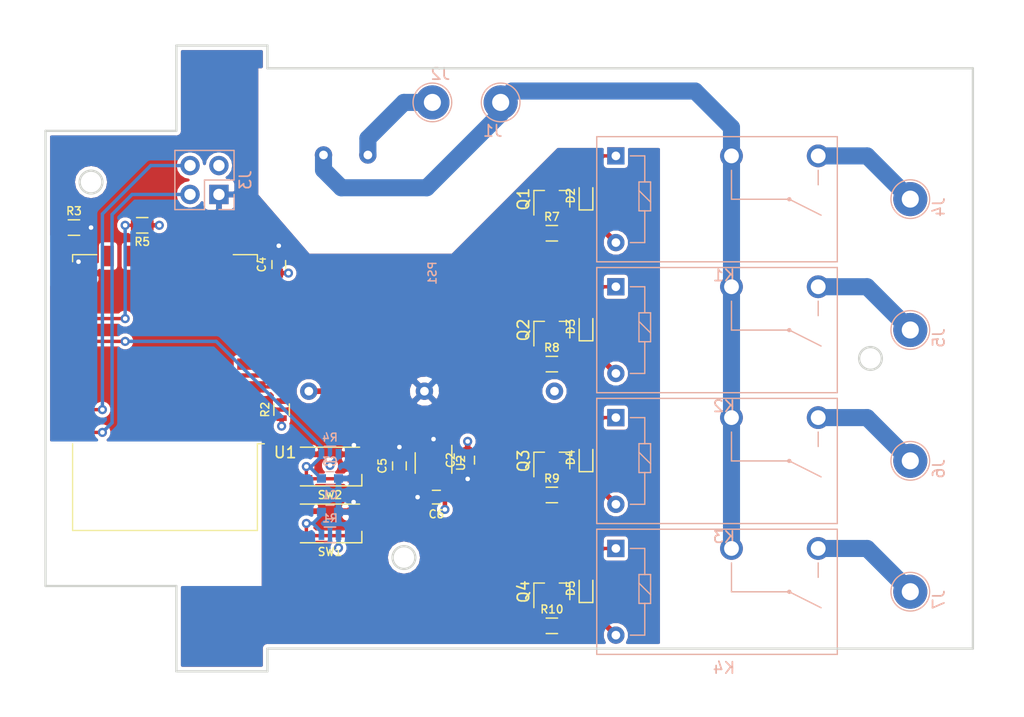
<source format=kicad_pcb>
(kicad_pcb (version 20171130) (host pcbnew 5.0.2-bee76a0~70~ubuntu18.04.1)
  (layers (0 F.Cu signal) (1 GND.Cu power) (2 VCC.Cu power) (31 B.Cu signal) (34 B.Paste user) (35 F.Paste user) (36 B.SilkS user) (37 F.SilkS user hide) (38 B.Mask user) (39 F.Mask user) (44 Edge.Cuts user))
  (net 0 "")
  (net 1 GND)
  (net 2 /Rx)
  (net 3 /Tx)
  (net 4 +12V)
  (net 5 "Net-(D2-Pad2)")
  (net 6 "Net-(D3-Pad2)")
  (net 7 "Net-(D4-Pad2)")
  (net 8 /L)
  (net 9 /G1)
  (net 10 /G2)
  (net 11 +3.3V)
  (net 12 /G4)
  (net 13 /G3)
  (net 14 /N)
  (net 15 /RST)
  (net 16 /GPIO0)
  (net 17 "Net-(C5-Pad1)")
  (net 18 "Net-(D5-Pad2)")
  (net 19 "Net-(J4-Pad1)")
  (net 20 "Net-(J5-Pad1)")
  (net 21 "Net-(J6-Pad1)")
  (net 22 "Net-(J7-Pad1)")
  (net 23 "Net-(R2-Pad2)")
  (net 24 "Net-(R3-Pad1)")
  (net 25 "Net-(R5-Pad2)")
  (module DVB_Resistors:R_0603 (layer B.Cu) (at 141 98.4 180)
    (fp_text reference R4 (at 0 1.45 180) (layer B.SilkS) (effects (font (size 0.7 0.7) (thickness 0.127)) (justify mirror)))
    (fp_text value R_0065)
    (fp_line (start 0.5 -0.68) (end -0.5 -0.68) (layer B.SilkS) (width 0.127))
    (fp_line (start -0.5 0.68) (end 0.5 0.68) (layer B.SilkS) (width 0.127))
    (pad 1 smd rect (at -0.75 0 180) (size 0.5 0.9) (layers B.Cu B.Paste B.Mask) (net 11 +3.3V))
    (pad 2 smd rect (at 0.75 0 180) (size 0.5 0.9) (layers B.Cu B.Paste B.Mask) (net 16 /GPIO0))
  )
  (module DVB_Capacitors_Ceramic:C_0603 (layer B.Cu) (at 141 103.5 180)
    (fp_text reference C1 (at 0 1.5 180) (layer B.SilkS) (effects (font (size 0.7 0.7) (thickness 0.127)) (justify mirror)))
    (fp_text value C_0029)
    (fp_line (start -0.35 0.6) (end 0.35 0.6) (layer B.SilkS) (width 0.127))
    (fp_line (start 0.35 -0.6) (end -0.35 -0.6) (layer B.SilkS) (width 0.127))
    (pad 1 smd rect (at -0.75 0 180) (size 0.8 0.75) (layers B.Cu B.Paste B.Mask) (net 1 GND))
    (pad 2 smd rect (at 0.75 0 180) (size 0.8 0.75) (layers B.Cu B.Paste B.Mask) (net 15 /RST))
  )
  (module DVB_Capacitors_Ceramic:C_0603 (layer F.Cu) (at 153.1 98.940003 90)
    (fp_text reference C2 (at 0 -1.5 90) (layer F.SilkS) (effects (font (size 0.7 0.7) (thickness 0.127))))
    (fp_text value C_0037)
    (fp_line (start -0.35 -0.6) (end 0.35 -0.6) (layer F.SilkS) (width 0.127))
    (fp_line (start 0.35 0.6) (end -0.35 0.6) (layer F.SilkS) (width 0.127))
    (pad 1 smd rect (at -0.75 0 90) (size 0.8 0.75) (layers F.Cu F.Paste F.Mask) (net 1 GND))
    (pad 2 smd rect (at 0.75 0 90) (size 0.8 0.75) (layers F.Cu F.Paste F.Mask) (net 4 +12V))
  )
  (module DVB_Capacitors_Ceramic:C_0603 (layer B.Cu) (at 141 100.55 180)
    (fp_text reference C3 (at 0 1.5 180) (layer B.SilkS) (effects (font (size 0.7 0.7) (thickness 0.127)) (justify mirror)))
    (fp_text value C_0029)
    (fp_line (start 0.35 -0.6) (end -0.35 -0.6) (layer B.SilkS) (width 0.127))
    (fp_line (start -0.35 0.6) (end 0.35 0.6) (layer B.SilkS) (width 0.127))
    (pad 2 smd rect (at 0.75 0 180) (size 0.8 0.75) (layers B.Cu B.Paste B.Mask) (net 16 /GPIO0))
    (pad 1 smd rect (at -0.75 0 180) (size 0.8 0.75) (layers B.Cu B.Paste B.Mask) (net 1 GND))
  )
  (module DVB_Capacitors_Ceramic:C_0603 (layer F.Cu) (at 136.5 81.75 90)
    (fp_text reference C4 (at 0 -1.5 90) (layer F.SilkS) (effects (font (size 0.7 0.7) (thickness 0.127))))
    (fp_text value C_0029)
    (fp_line (start 0.35 0.6) (end -0.35 0.6) (layer F.SilkS) (width 0.127))
    (fp_line (start -0.35 -0.6) (end 0.35 -0.6) (layer F.SilkS) (width 0.127))
    (pad 2 smd rect (at 0.75 0 90) (size 0.8 0.75) (layers F.Cu F.Paste F.Mask) (net 1 GND))
    (pad 1 smd rect (at -0.75 0 90) (size 0.8 0.75) (layers F.Cu F.Paste F.Mask) (net 11 +3.3V))
  )
  (module DVB_Capacitors_Ceramic:C_0603 (layer F.Cu) (at 147.1 99.440003 90)
    (fp_text reference C5 (at 0 -1.5 90) (layer F.SilkS) (effects (font (size 0.7 0.7) (thickness 0.127))))
    (fp_text value C_0017)
    (fp_line (start -0.35 -0.6) (end 0.35 -0.6) (layer F.SilkS) (width 0.127))
    (fp_line (start 0.35 0.6) (end -0.35 0.6) (layer F.SilkS) (width 0.127))
    (pad 1 smd rect (at -0.75 0 90) (size 0.8 0.75) (layers F.Cu F.Paste F.Mask) (net 17 "Net-(C5-Pad1)"))
    (pad 2 smd rect (at 0.75 0 90) (size 0.8 0.75) (layers F.Cu F.Paste F.Mask) (net 1 GND))
  )
  (module DVB_Capacitors_Ceramic:C_0603 (layer F.Cu) (at 150.35 102.190003 180)
    (fp_text reference C6 (at 0 -1.5 180) (layer F.SilkS) (effects (font (size 0.7 0.7) (thickness 0.127))))
    (fp_text value C_0036)
    (fp_line (start 0.35 0.6) (end -0.35 0.6) (layer F.SilkS) (width 0.127))
    (fp_line (start -0.35 -0.6) (end 0.35 -0.6) (layer F.SilkS) (width 0.127))
    (pad 2 smd rect (at 0.75 0 180) (size 0.8 0.75) (layers F.Cu F.Paste F.Mask) (net 1 GND))
    (pad 1 smd rect (at -0.75 0 180) (size 0.8 0.75) (layers F.Cu F.Paste F.Mask) (net 11 +3.3V))
  )
  (module DVB_Diodes:D_SOD-523 (layer F.Cu) (at 163.5 75.7 90)
    (fp_text reference D2 (at 0 -1.35 90) (layer F.SilkS) (effects (font (size 0.7 0.7) (thickness 0.127))))
    (fp_text value D_0022)
    (fp_line (start 0.7 0.6) (end -1.25 0.6) (layer F.SilkS) (width 0.127))
    (fp_line (start 0.7 -0.6) (end -1.25 -0.6) (layer F.SilkS) (width 0.127))
    (fp_line (start -1.25 -0.6) (end -1.25 0.6) (layer F.SilkS) (width 0.127))
    (pad 1 smd rect (at -0.7 0 270) (size 0.6 0.7) (layers F.Cu F.Paste F.Mask) (net 4 +12V))
    (pad 2 smd rect (at 0.7 0 270) (size 0.6 0.7) (layers F.Cu F.Paste F.Mask) (net 5 "Net-(D2-Pad2)"))
  )
  (module DVB_Diodes:D_SOD-523 (layer F.Cu) (at 163.5 87.2 90)
    (fp_text reference D3 (at 0 -1.35 90) (layer F.SilkS) (effects (font (size 0.7 0.7) (thickness 0.127))))
    (fp_text value D_0022)
    (fp_line (start 0.7 0.6) (end -1.25 0.6) (layer F.SilkS) (width 0.127))
    (fp_line (start 0.7 -0.6) (end -1.25 -0.6) (layer F.SilkS) (width 0.127))
    (fp_line (start -1.25 -0.6) (end -1.25 0.6) (layer F.SilkS) (width 0.127))
    (pad 1 smd rect (at -0.7 0 270) (size 0.6 0.7) (layers F.Cu F.Paste F.Mask) (net 4 +12V))
    (pad 2 smd rect (at 0.7 0 270) (size 0.6 0.7) (layers F.Cu F.Paste F.Mask) (net 6 "Net-(D3-Pad2)"))
  )
  (module DVB_Diodes:D_SOD-523 (layer F.Cu) (at 163.5 98.7 90)
    (fp_text reference D4 (at 0 -1.35 90) (layer F.SilkS) (effects (font (size 0.7 0.7) (thickness 0.127))))
    (fp_text value D_0022)
    (fp_line (start -1.25 -0.6) (end -1.25 0.6) (layer F.SilkS) (width 0.127))
    (fp_line (start 0.7 -0.6) (end -1.25 -0.6) (layer F.SilkS) (width 0.127))
    (fp_line (start 0.7 0.6) (end -1.25 0.6) (layer F.SilkS) (width 0.127))
    (pad 2 smd rect (at 0.7 0 270) (size 0.6 0.7) (layers F.Cu F.Paste F.Mask) (net 7 "Net-(D4-Pad2)"))
    (pad 1 smd rect (at -0.7 0 270) (size 0.6 0.7) (layers F.Cu F.Paste F.Mask) (net 4 +12V))
  )
  (module DVB_Diodes:D_SOD-523 (layer F.Cu) (at 163.5 110.2 90)
    (fp_text reference D5 (at 0 -1.35 90) (layer F.SilkS) (effects (font (size 0.7 0.7) (thickness 0.127))))
    (fp_text value D_0022)
    (fp_line (start -1.25 -0.6) (end -1.25 0.6) (layer F.SilkS) (width 0.127))
    (fp_line (start 0.7 -0.6) (end -1.25 -0.6) (layer F.SilkS) (width 0.127))
    (fp_line (start 0.7 0.6) (end -1.25 0.6) (layer F.SilkS) (width 0.127))
    (pad 2 smd rect (at 0.7 0 270) (size 0.6 0.7) (layers F.Cu F.Paste F.Mask) (net 18 "Net-(D5-Pad2)"))
    (pad 1 smd rect (at -0.7 0 270) (size 0.6 0.7) (layers F.Cu F.Paste F.Mask) (net 4 +12V))
  )
  (module meross:Relay_SPST_Omron-G5Q-1A (layer B.Cu) (at 175 76)
    (fp_text reference K1 (at 0.625 6.7 -180) (layer B.SilkS) (effects (justify mirror)))
    (fp_text value G5Q-1A)
    (fp_line (start 6.365 0.01) (end 9.155 1.41) (layer B.SilkS) (width 0.12))
    (fp_line (start 8.905 -2.53) (end 8.905 -1.26) (layer B.SilkS) (width 0.12))
    (fp_line (start 1.285 -2.53) (end 1.285 0.01) (layer B.SilkS) (width 0.12))
    (fp_line (start 1.285 0.01) (end 6.365 0.01) (layer B.SilkS) (width 0.12))
    (fp_line (start -6.845 -0.75) (end -5.825 0.26) (layer B.SilkS) (width 0.12))
    (fp_line (start -6.335 3.82) (end -7.605 3.82) (layer B.SilkS) (width 0.12))
    (fp_line (start -6.335 1.03) (end -6.335 3.82) (layer B.SilkS) (width 0.12))
    (fp_line (start -6.335 -3.8) (end -6.335 -1.51) (layer B.SilkS) (width 0.12))
    (fp_line (start -7.605 -3.8) (end -6.335 -3.8) (layer B.SilkS) (width 0.12))
    (fp_line (start -6.335 -1.51) (end -6.845 -1.51) (layer B.SilkS) (width 0.12))
    (fp_line (start -6.845 -1.51) (end -6.845 1.03) (layer B.SilkS) (width 0.12))
    (fp_line (start -6.845 1.03) (end -6.335 1.03) (layer B.SilkS) (width 0.12))
    (fp_line (start -6.335 1.03) (end -5.825 1.03) (layer B.SilkS) (width 0.12))
    (fp_line (start -5.825 1.03) (end -5.825 -1.51) (layer B.SilkS) (width 0.12))
    (fp_line (start -5.825 -1.51) (end -6.335 -1.51) (layer B.SilkS) (width 0.12))
    (fp_line (start -10.555 -5.49) (end 10.585 -5.49) (layer B.SilkS) (width 0.12))
    (fp_line (start 10.585 -5.49) (end 10.585 5.51) (layer B.SilkS) (width 0.12))
    (fp_line (start -10.555 -5.49) (end -10.555 5.51) (layer B.SilkS) (width 0.12))
    (fp_line (start -10.555 5.51) (end 10.585 5.51) (layer B.SilkS) (width 0.12))
    (fp_circle (center 6.365 0.01) (end 6.365 -0.12) (layer B.SilkS) (width 0.12))
    (pad 1 thru_hole rect (at -8.875 -3.8 180) (size 1.52 1.52) (drill 0.76) (layers *.Cu *.Mask) (net 5 "Net-(D2-Pad2)"))
    (pad 2 thru_hole circle (at 1.285 -3.8 180) (size 2 2) (drill 1.3) (layers *.Cu *.Mask) (net 8 /L))
    (pad 3 thru_hole circle (at 8.905 -3.8 180) (size 2 2) (drill 1.3) (layers *.Cu *.Mask) (net 19 "Net-(J4-Pad1)"))
    (pad 5 thru_hole circle (at -8.875 3.82 180) (size 1.52 1.52) (drill 0.76) (layers *.Cu *.Mask) (net 4 +12V))
  )
  (module meross:Relay_SPST_Omron-G5Q-1A (layer B.Cu) (at 175 87.5)
    (fp_text reference K2 (at 0.625 6.7 -180) (layer B.SilkS) (effects (justify mirror)))
    (fp_text value G5Q-1A)
    (fp_circle (center 6.365 0.01) (end 6.365 -0.12) (layer B.SilkS) (width 0.12))
    (fp_line (start -10.555 5.51) (end 10.585 5.51) (layer B.SilkS) (width 0.12))
    (fp_line (start -10.555 -5.49) (end -10.555 5.51) (layer B.SilkS) (width 0.12))
    (fp_line (start 10.585 -5.49) (end 10.585 5.51) (layer B.SilkS) (width 0.12))
    (fp_line (start -10.555 -5.49) (end 10.585 -5.49) (layer B.SilkS) (width 0.12))
    (fp_line (start -5.825 -1.51) (end -6.335 -1.51) (layer B.SilkS) (width 0.12))
    (fp_line (start -5.825 1.03) (end -5.825 -1.51) (layer B.SilkS) (width 0.12))
    (fp_line (start -6.335 1.03) (end -5.825 1.03) (layer B.SilkS) (width 0.12))
    (fp_line (start -6.845 1.03) (end -6.335 1.03) (layer B.SilkS) (width 0.12))
    (fp_line (start -6.845 -1.51) (end -6.845 1.03) (layer B.SilkS) (width 0.12))
    (fp_line (start -6.335 -1.51) (end -6.845 -1.51) (layer B.SilkS) (width 0.12))
    (fp_line (start -7.605 -3.8) (end -6.335 -3.8) (layer B.SilkS) (width 0.12))
    (fp_line (start -6.335 -3.8) (end -6.335 -1.51) (layer B.SilkS) (width 0.12))
    (fp_line (start -6.335 1.03) (end -6.335 3.82) (layer B.SilkS) (width 0.12))
    (fp_line (start -6.335 3.82) (end -7.605 3.82) (layer B.SilkS) (width 0.12))
    (fp_line (start -6.845 -0.75) (end -5.825 0.26) (layer B.SilkS) (width 0.12))
    (fp_line (start 1.285 0.01) (end 6.365 0.01) (layer B.SilkS) (width 0.12))
    (fp_line (start 1.285 -2.53) (end 1.285 0.01) (layer B.SilkS) (width 0.12))
    (fp_line (start 8.905 -2.53) (end 8.905 -1.26) (layer B.SilkS) (width 0.12))
    (fp_line (start 6.365 0.01) (end 9.155 1.41) (layer B.SilkS) (width 0.12))
    (pad 5 thru_hole circle (at -8.875 3.82 180) (size 1.52 1.52) (drill 0.76) (layers *.Cu *.Mask) (net 4 +12V))
    (pad 3 thru_hole circle (at 8.905 -3.8 180) (size 2 2) (drill 1.3) (layers *.Cu *.Mask) (net 20 "Net-(J5-Pad1)"))
    (pad 2 thru_hole circle (at 1.285 -3.8 180) (size 2 2) (drill 1.3) (layers *.Cu *.Mask) (net 8 /L))
    (pad 1 thru_hole rect (at -8.875 -3.8 180) (size 1.52 1.52) (drill 0.76) (layers *.Cu *.Mask) (net 6 "Net-(D3-Pad2)"))
  )
  (module meross:Relay_SPST_Omron-G5Q-1A (layer B.Cu) (at 175 99)
    (fp_text reference K3 (at 0.625 6.7 -180) (layer B.SilkS) (effects (justify mirror)))
    (fp_text value G5Q-1A)
    (fp_line (start 6.365 0.01) (end 9.155 1.41) (layer B.SilkS) (width 0.12))
    (fp_line (start 8.905 -2.53) (end 8.905 -1.26) (layer B.SilkS) (width 0.12))
    (fp_line (start 1.285 -2.53) (end 1.285 0.01) (layer B.SilkS) (width 0.12))
    (fp_line (start 1.285 0.01) (end 6.365 0.01) (layer B.SilkS) (width 0.12))
    (fp_line (start -6.845 -0.75) (end -5.825 0.26) (layer B.SilkS) (width 0.12))
    (fp_line (start -6.335 3.82) (end -7.605 3.82) (layer B.SilkS) (width 0.12))
    (fp_line (start -6.335 1.03) (end -6.335 3.82) (layer B.SilkS) (width 0.12))
    (fp_line (start -6.335 -3.8) (end -6.335 -1.51) (layer B.SilkS) (width 0.12))
    (fp_line (start -7.605 -3.8) (end -6.335 -3.8) (layer B.SilkS) (width 0.12))
    (fp_line (start -6.335 -1.51) (end -6.845 -1.51) (layer B.SilkS) (width 0.12))
    (fp_line (start -6.845 -1.51) (end -6.845 1.03) (layer B.SilkS) (width 0.12))
    (fp_line (start -6.845 1.03) (end -6.335 1.03) (layer B.SilkS) (width 0.12))
    (fp_line (start -6.335 1.03) (end -5.825 1.03) (layer B.SilkS) (width 0.12))
    (fp_line (start -5.825 1.03) (end -5.825 -1.51) (layer B.SilkS) (width 0.12))
    (fp_line (start -5.825 -1.51) (end -6.335 -1.51) (layer B.SilkS) (width 0.12))
    (fp_line (start -10.555 -5.49) (end 10.585 -5.49) (layer B.SilkS) (width 0.12))
    (fp_line (start 10.585 -5.49) (end 10.585 5.51) (layer B.SilkS) (width 0.12))
    (fp_line (start -10.555 -5.49) (end -10.555 5.51) (layer B.SilkS) (width 0.12))
    (fp_line (start -10.555 5.51) (end 10.585 5.51) (layer B.SilkS) (width 0.12))
    (fp_circle (center 6.365 0.01) (end 6.365 -0.12) (layer B.SilkS) (width 0.12))
    (pad 1 thru_hole rect (at -8.875 -3.8 180) (size 1.52 1.52) (drill 0.76) (layers *.Cu *.Mask) (net 7 "Net-(D4-Pad2)"))
    (pad 2 thru_hole circle (at 1.285 -3.8 180) (size 2 2) (drill 1.3) (layers *.Cu *.Mask) (net 8 /L))
    (pad 3 thru_hole circle (at 8.905 -3.8 180) (size 2 2) (drill 1.3) (layers *.Cu *.Mask) (net 21 "Net-(J6-Pad1)"))
    (pad 5 thru_hole circle (at -8.875 3.82 180) (size 1.52 1.52) (drill 0.76) (layers *.Cu *.Mask) (net 4 +12V))
  )
  (module meross:Relay_SPST_Omron-G5Q-1A (layer B.Cu) (at 175 110.5)
    (fp_text reference K4 (at 0.625 6.7 -180) (layer B.SilkS) (effects (justify mirror)))
    (fp_text value G5Q-1A)
    (fp_circle (center 6.365 0.01) (end 6.365 -0.12) (layer B.SilkS) (width 0.12))
    (fp_line (start -10.555 5.51) (end 10.585 5.51) (layer B.SilkS) (width 0.12))
    (fp_line (start -10.555 -5.49) (end -10.555 5.51) (layer B.SilkS) (width 0.12))
    (fp_line (start 10.585 -5.49) (end 10.585 5.51) (layer B.SilkS) (width 0.12))
    (fp_line (start -10.555 -5.49) (end 10.585 -5.49) (layer B.SilkS) (width 0.12))
    (fp_line (start -5.825 -1.51) (end -6.335 -1.51) (layer B.SilkS) (width 0.12))
    (fp_line (start -5.825 1.03) (end -5.825 -1.51) (layer B.SilkS) (width 0.12))
    (fp_line (start -6.335 1.03) (end -5.825 1.03) (layer B.SilkS) (width 0.12))
    (fp_line (start -6.845 1.03) (end -6.335 1.03) (layer B.SilkS) (width 0.12))
    (fp_line (start -6.845 -1.51) (end -6.845 1.03) (layer B.SilkS) (width 0.12))
    (fp_line (start -6.335 -1.51) (end -6.845 -1.51) (layer B.SilkS) (width 0.12))
    (fp_line (start -7.605 -3.8) (end -6.335 -3.8) (layer B.SilkS) (width 0.12))
    (fp_line (start -6.335 -3.8) (end -6.335 -1.51) (layer B.SilkS) (width 0.12))
    (fp_line (start -6.335 1.03) (end -6.335 3.82) (layer B.SilkS) (width 0.12))
    (fp_line (start -6.335 3.82) (end -7.605 3.82) (layer B.SilkS) (width 0.12))
    (fp_line (start -6.845 -0.75) (end -5.825 0.26) (layer B.SilkS) (width 0.12))
    (fp_line (start 1.285 0.01) (end 6.365 0.01) (layer B.SilkS) (width 0.12))
    (fp_line (start 1.285 -2.53) (end 1.285 0.01) (layer B.SilkS) (width 0.12))
    (fp_line (start 8.905 -2.53) (end 8.905 -1.26) (layer B.SilkS) (width 0.12))
    (fp_line (start 6.365 0.01) (end 9.155 1.41) (layer B.SilkS) (width 0.12))
    (pad 5 thru_hole circle (at -8.875 3.82 180) (size 1.52 1.52) (drill 0.76) (layers *.Cu *.Mask) (net 4 +12V))
    (pad 3 thru_hole circle (at 8.905 -3.8 180) (size 2 2) (drill 1.3) (layers *.Cu *.Mask) (net 22 "Net-(J7-Pad1)"))
    (pad 2 thru_hole circle (at 1.285 -3.8 180) (size 2 2) (drill 1.3) (layers *.Cu *.Mask) (net 8 /L))
    (pad 1 thru_hole rect (at -8.875 -3.8 180) (size 1.52 1.52) (drill 0.76) (layers *.Cu *.Mask) (net 18 "Net-(D5-Pad2)"))
  )
  (module Package_TO_SOT_SMD:SOT-23 (layer F.Cu) (at 160.5 76 90)
    (fp_text reference Q1 (at 0 -2.5 90) (layer F.SilkS))
    (fp_text value BSS138)
    (fp_line (start 0.76 1.58) (end -0.7 1.58) (layer F.SilkS) (width 0.12))
    (fp_line (start 0.76 -1.58) (end -1.4 -1.58) (layer F.SilkS) (width 0.12))
    (fp_line (start 0.76 -1.58) (end 0.76 -0.65) (layer F.SilkS) (width 0.12))
    (fp_line (start 0.76 1.58) (end 0.76 0.65) (layer F.SilkS) (width 0.12))
    (pad 3 smd rect (at 1 0 90) (size 0.9 0.8) (layers F.Cu F.Paste F.Mask) (net 5 "Net-(D2-Pad2)"))
    (pad 2 smd rect (at -1 0.95 90) (size 0.9 0.8) (layers F.Cu F.Paste F.Mask) (net 1 GND))
    (pad 1 smd rect (at -1 -0.95 90) (size 0.9 0.8) (layers F.Cu F.Paste F.Mask) (net 9 /G1))
  )
  (module Package_TO_SOT_SMD:SOT-23 (layer F.Cu) (at 160.5 87.5 90)
    (fp_text reference Q2 (at 0 -2.5 90) (layer F.SilkS))
    (fp_text value BSS138)
    (fp_line (start 0.76 1.58) (end 0.76 0.65) (layer F.SilkS) (width 0.12))
    (fp_line (start 0.76 -1.58) (end 0.76 -0.65) (layer F.SilkS) (width 0.12))
    (fp_line (start 0.76 -1.58) (end -1.4 -1.58) (layer F.SilkS) (width 0.12))
    (fp_line (start 0.76 1.58) (end -0.7 1.58) (layer F.SilkS) (width 0.12))
    (pad 1 smd rect (at -1 -0.95 90) (size 0.9 0.8) (layers F.Cu F.Paste F.Mask) (net 13 /G3))
    (pad 2 smd rect (at -1 0.95 90) (size 0.9 0.8) (layers F.Cu F.Paste F.Mask) (net 1 GND))
    (pad 3 smd rect (at 1 0 90) (size 0.9 0.8) (layers F.Cu F.Paste F.Mask) (net 6 "Net-(D3-Pad2)"))
  )
  (module Package_TO_SOT_SMD:SOT-23 (layer F.Cu) (at 160.5 99 90)
    (fp_text reference Q3 (at 0 -2.5 90) (layer F.SilkS))
    (fp_text value BSS138)
    (fp_line (start 0.76 1.58) (end 0.76 0.65) (layer F.SilkS) (width 0.12))
    (fp_line (start 0.76 -1.58) (end 0.76 -0.65) (layer F.SilkS) (width 0.12))
    (fp_line (start 0.76 -1.58) (end -1.4 -1.58) (layer F.SilkS) (width 0.12))
    (fp_line (start 0.76 1.58) (end -0.7 1.58) (layer F.SilkS) (width 0.12))
    (pad 1 smd rect (at -1 -0.95 90) (size 0.9 0.8) (layers F.Cu F.Paste F.Mask) (net 10 /G2))
    (pad 2 smd rect (at -1 0.95 90) (size 0.9 0.8) (layers F.Cu F.Paste F.Mask) (net 1 GND))
    (pad 3 smd rect (at 1 0 90) (size 0.9 0.8) (layers F.Cu F.Paste F.Mask) (net 7 "Net-(D4-Pad2)"))
  )
  (module Package_TO_SOT_SMD:SOT-23 (layer F.Cu) (at 160.5 110.5 90)
    (fp_text reference Q4 (at 0 -2.5 90) (layer F.SilkS))
    (fp_text value BSS138)
    (fp_line (start 0.76 1.58) (end -0.7 1.58) (layer F.SilkS) (width 0.12))
    (fp_line (start 0.76 -1.58) (end -1.4 -1.58) (layer F.SilkS) (width 0.12))
    (fp_line (start 0.76 -1.58) (end 0.76 -0.65) (layer F.SilkS) (width 0.12))
    (fp_line (start 0.76 1.58) (end 0.76 0.65) (layer F.SilkS) (width 0.12))
    (pad 3 smd rect (at 1 0 90) (size 0.9 0.8) (layers F.Cu F.Paste F.Mask) (net 18 "Net-(D5-Pad2)"))
    (pad 2 smd rect (at -1 0.95 90) (size 0.9 0.8) (layers F.Cu F.Paste F.Mask) (net 1 GND))
    (pad 1 smd rect (at -1 -0.95 90) (size 0.9 0.8) (layers F.Cu F.Paste F.Mask) (net 12 /G4))
  )
  (module DVB_Resistors:R_0603 (layer B.Cu) (at 141 105.5 180)
    (fp_text reference R1 (at 0 1.45 180) (layer B.SilkS) (effects (font (size 0.7 0.7) (thickness 0.127)) (justify mirror)))
    (fp_text value R_0065)
    (fp_line (start -0.5 0.68) (end 0.5 0.68) (layer B.SilkS) (width 0.127))
    (fp_line (start 0.5 -0.68) (end -0.5 -0.68) (layer B.SilkS) (width 0.127))
    (pad 2 smd rect (at 0.75 0 180) (size 0.5 0.9) (layers B.Cu B.Paste B.Mask) (net 15 /RST))
    (pad 1 smd rect (at -0.75 0 180) (size 0.5 0.9) (layers B.Cu B.Paste B.Mask) (net 11 +3.3V))
  )
  (module DVB_Resistors:R_0603 (layer F.Cu) (at 136.75 94.5 90)
    (fp_text reference R2 (at 0 -1.45 90) (layer F.SilkS) (effects (font (size 0.7 0.7) (thickness 0.127))))
    (fp_text value R_0065)
    (fp_line (start 0.5 0.68) (end -0.5 0.68) (layer F.SilkS) (width 0.127))
    (fp_line (start -0.5 -0.68) (end 0.5 -0.68) (layer F.SilkS) (width 0.127))
    (pad 1 smd rect (at -0.75 0 90) (size 0.5 0.9) (layers F.Cu F.Paste F.Mask) (net 11 +3.3V))
    (pad 2 smd rect (at 0.75 0 90) (size 0.5 0.9) (layers F.Cu F.Paste F.Mask) (net 23 "Net-(R2-Pad2)"))
  )
  (module DVB_Resistors:R_0603 (layer F.Cu) (at 118.5 78.5)
    (fp_text reference R3 (at 0 -1.45) (layer F.SilkS) (effects (font (size 0.7 0.7) (thickness 0.127))))
    (fp_text value R_0065)
    (fp_line (start 0.5 0.68) (end -0.5 0.68) (layer F.SilkS) (width 0.127))
    (fp_line (start -0.5 -0.68) (end 0.5 -0.68) (layer F.SilkS) (width 0.127))
    (pad 1 smd rect (at -0.75 0) (size 0.5 0.9) (layers F.Cu F.Paste F.Mask) (net 24 "Net-(R3-Pad1)"))
    (pad 2 smd rect (at 0.75 0) (size 0.5 0.9) (layers F.Cu F.Paste F.Mask) (net 1 GND))
  )
  (module DVB_Resistors:R_0603 (layer F.Cu) (at 124.5 78.3 180)
    (fp_text reference R5 (at 0 -1.45 180) (layer F.SilkS) (effects (font (size 0.7 0.7) (thickness 0.127))))
    (fp_text value R_0065)
    (fp_line (start -0.5 -0.68) (end 0.5 -0.68) (layer F.SilkS) (width 0.127))
    (fp_line (start 0.5 0.68) (end -0.5 0.68) (layer F.SilkS) (width 0.127))
    (pad 2 smd rect (at 0.75 0 180) (size 0.5 0.9) (layers F.Cu F.Paste F.Mask) (net 25 "Net-(R5-Pad2)"))
    (pad 1 smd rect (at -0.75 0 180) (size 0.5 0.9) (layers F.Cu F.Paste F.Mask) (net 11 +3.3V))
  )
  (module DVB_Resistors:R_0603 (layer F.Cu) (at 160.5 79)
    (fp_text reference R7 (at 0 -1.45) (layer F.SilkS) (effects (font (size 0.7 0.7) (thickness 0.127))))
    (fp_text value R_0065)
    (fp_line (start 0.5 0.68) (end -0.5 0.68) (layer F.SilkS) (width 0.127))
    (fp_line (start -0.5 -0.68) (end 0.5 -0.68) (layer F.SilkS) (width 0.127))
    (pad 1 smd rect (at -0.75 0) (size 0.5 0.9) (layers F.Cu F.Paste F.Mask) (net 9 /G1))
    (pad 2 smd rect (at 0.75 0) (size 0.5 0.9) (layers F.Cu F.Paste F.Mask) (net 1 GND))
  )
  (module DVB_Resistors:R_0603 (layer F.Cu) (at 160.5 90.5)
    (fp_text reference R8 (at 0 -1.45) (layer F.SilkS) (effects (font (size 0.7 0.7) (thickness 0.127))))
    (fp_text value R_0065)
    (fp_line (start 0.5 0.68) (end -0.5 0.68) (layer F.SilkS) (width 0.127))
    (fp_line (start -0.5 -0.68) (end 0.5 -0.68) (layer F.SilkS) (width 0.127))
    (pad 1 smd rect (at -0.75 0) (size 0.5 0.9) (layers F.Cu F.Paste F.Mask) (net 13 /G3))
    (pad 2 smd rect (at 0.75 0) (size 0.5 0.9) (layers F.Cu F.Paste F.Mask) (net 1 GND))
  )
  (module DVB_Resistors:R_0603 (layer F.Cu) (at 160.5 102)
    (fp_text reference R9 (at 0 -1.45) (layer F.SilkS) (effects (font (size 0.7 0.7) (thickness 0.127))))
    (fp_text value R_0065)
    (fp_line (start -0.5 -0.68) (end 0.5 -0.68) (layer F.SilkS) (width 0.127))
    (fp_line (start 0.5 0.68) (end -0.5 0.68) (layer F.SilkS) (width 0.127))
    (pad 2 smd rect (at 0.75 0) (size 0.5 0.9) (layers F.Cu F.Paste F.Mask) (net 1 GND))
    (pad 1 smd rect (at -0.75 0) (size 0.5 0.9) (layers F.Cu F.Paste F.Mask) (net 10 /G2))
  )
  (module DVB_Resistors:R_0603 (layer F.Cu) (at 160.5 113.5)
    (fp_text reference R10 (at 0 -1.45) (layer F.SilkS) (effects (font (size 0.7 0.7) (thickness 0.127))))
    (fp_text value R_0065)
    (fp_line (start -0.5 -0.68) (end 0.5 -0.68) (layer F.SilkS) (width 0.127))
    (fp_line (start 0.5 0.68) (end -0.5 0.68) (layer F.SilkS) (width 0.127))
    (pad 2 smd rect (at 0.75 0) (size 0.5 0.9) (layers F.Cu F.Paste F.Mask) (net 1 GND))
    (pad 1 smd rect (at -0.75 0) (size 0.5 0.9) (layers F.Cu F.Paste F.Mask) (net 12 /G4))
  )
  (module DVB_Buttons:PTS810 (layer F.Cu) (at 141 104.5 180)
    (fp_text reference SW1 (at 0 -2.5 180) (layer F.SilkS) (effects (font (size 0.7 0.7) (thickness 0.127))))
    (fp_text value SW_0003)
    (fp_line (start 2.6 -1.7) (end -2.8 -1.7) (layer F.SilkS) (width 0.127))
    (fp_line (start 2.6 1.7) (end -2.6 1.7) (layer F.SilkS) (width 0.127))
    (fp_line (start -2.8 -1.7) (end -2.8 -0.7) (layer F.SilkS) (width 0.127))
    (pad 1 smd rect (at -2.075 -1.075 180) (size 1.05 0.65) (layers F.Cu F.Paste F.Mask) (net 15 /RST))
    (pad 2 smd rect (at 2.075 -1.075 180) (size 1.05 0.65) (layers F.Cu F.Paste F.Mask) (net 15 /RST))
    (pad 3 smd rect (at -2.075 1.075 180) (size 1.05 0.65) (layers F.Cu F.Paste F.Mask) (net 1 GND))
    (pad 4 smd rect (at 2.075 1.075 180) (size 1.05 0.65) (layers F.Cu F.Paste F.Mask) (net 1 GND))
  )
  (module DVB_Buttons:PTS810 (layer F.Cu) (at 141 99.5 180)
    (fp_text reference SW2 (at 0 -2.5 180) (layer F.SilkS) (effects (font (size 0.7 0.7) (thickness 0.127))))
    (fp_text value SW_0003)
    (fp_line (start -2.8 -1.7) (end -2.8 -0.7) (layer F.SilkS) (width 0.127))
    (fp_line (start 2.6 1.7) (end -2.6 1.7) (layer F.SilkS) (width 0.127))
    (fp_line (start 2.6 -1.7) (end -2.8 -1.7) (layer F.SilkS) (width 0.127))
    (pad 4 smd rect (at 2.075 1.075 180) (size 1.05 0.65) (layers F.Cu F.Paste F.Mask) (net 1 GND))
    (pad 3 smd rect (at -2.075 1.075 180) (size 1.05 0.65) (layers F.Cu F.Paste F.Mask) (net 1 GND))
    (pad 2 smd rect (at 2.075 -1.075 180) (size 1.05 0.65) (layers F.Cu F.Paste F.Mask) (net 16 /GPIO0))
    (pad 1 smd rect (at -2.075 -1.075 180) (size 1.05 0.65) (layers F.Cu F.Paste F.Mask) (net 16 /GPIO0))
  )
  (module RF_Module:ESP-12E (layer F.Cu) (at 126.5 93 180)
    (fp_text reference U1 (at -10.56 -5.26 180) (layer F.SilkS))
    (fp_text value ESP-12E)
    (fp_line (start -8.12 -12.12) (end 8.12 -12.12) (layer F.SilkS) (width 0.12))
    (fp_line (start 8.12 -12.12) (end 8.12 -4.5) (layer F.SilkS) (width 0.12))
    (fp_line (start 8.12 11.5) (end 8.12 12.12) (layer F.SilkS) (width 0.12))
    (fp_line (start 8.12 12.12) (end 6 12.12) (layer F.SilkS) (width 0.12))
    (fp_line (start -6 12.12) (end -8.12 12.12) (layer F.SilkS) (width 0.12))
    (fp_line (start -8.12 12.12) (end -8.12 11.5) (layer F.SilkS) (width 0.12))
    (fp_line (start -8.12 -4.5) (end -8.12 -12.12) (layer F.SilkS) (width 0.12))
    (fp_line (start -8.12 -4.5) (end -8.73 -4.5) (layer F.SilkS) (width 0.12))
    (pad 1 smd rect (at -7.6 -3.5 180) (size 2.5 1) (layers F.Cu F.Paste F.Mask) (net 15 /RST))
    (pad 2 smd rect (at -7.6 -1.5 180) (size 2.5 1) (layers F.Cu F.Paste F.Mask))
    (pad 3 smd rect (at -7.6 0.5 180) (size 2.5 1) (layers F.Cu F.Paste F.Mask) (net 23 "Net-(R2-Pad2)"))
    (pad 4 smd rect (at -7.6 2.5 180) (size 2.5 1) (layers F.Cu F.Paste F.Mask) (net 12 /G4))
    (pad 5 smd rect (at -7.6 4.5 180) (size 2.5 1) (layers F.Cu F.Paste F.Mask) (net 10 /G2))
    (pad 6 smd rect (at -7.6 6.5 180) (size 2.5 1) (layers F.Cu F.Paste F.Mask) (net 13 /G3))
    (pad 7 smd rect (at -7.6 8.5 180) (size 2.5 1) (layers F.Cu F.Paste F.Mask) (net 9 /G1))
    (pad 8 smd rect (at -7.6 10.5 180) (size 2.5 1) (layers F.Cu F.Paste F.Mask) (net 11 +3.3V))
    (pad 9 smd rect (at -5 12 180) (size 1 1.8) (layers F.Cu F.Paste F.Mask))
    (pad 10 smd rect (at -3 12 180) (size 1 1.8) (layers F.Cu F.Paste F.Mask))
    (pad 11 smd rect (at -1 12 180) (size 1 1.8) (layers F.Cu F.Paste F.Mask))
    (pad 12 smd rect (at 1 12 180) (size 1 1.8) (layers F.Cu F.Paste F.Mask))
    (pad 13 smd rect (at 3 12 180) (size 1 1.8) (layers F.Cu F.Paste F.Mask))
    (pad 14 smd rect (at 5 12 180) (size 1 1.8) (layers F.Cu F.Paste F.Mask))
    (pad 15 smd rect (at 7.6 10.5 180) (size 2.5 1) (layers F.Cu F.Paste F.Mask) (net 1 GND))
    (pad 16 smd rect (at 7.6 8.5 180) (size 2.5 1) (layers F.Cu F.Paste F.Mask) (net 24 "Net-(R3-Pad1)"))
    (pad 17 smd rect (at 7.6 6.5 180) (size 2.5 1) (layers F.Cu F.Paste F.Mask) (net 25 "Net-(R5-Pad2)"))
    (pad 18 smd rect (at 7.6 4.5 180) (size 2.5 1) (layers F.Cu F.Paste F.Mask) (net 16 /GPIO0))
    (pad 19 smd rect (at 7.6 2.5 180) (size 2.5 1) (layers F.Cu F.Paste F.Mask))
    (pad 20 smd rect (at 7.6 0.5 180) (size 2.5 1) (layers F.Cu F.Paste F.Mask))
    (pad 21 smd rect (at 7.6 -1.5 180) (size 2.5 1) (layers F.Cu F.Paste F.Mask) (net 2 /Rx))
    (pad 22 smd rect (at 7.6 -3.5 180) (size 2.5 1) (layers F.Cu F.Paste F.Mask) (net 3 /Tx))
  )
  (module DVB_SOT:SOT_23-5 (layer F.Cu) (at 150.099999 99.190003 270)
    (fp_text reference U2 (at 0 -2.4 270) (layer F.SilkS) (effects (font (size 0.7 0.7) (thickness 0.127))))
    (fp_text value U_0005)
    (fp_line (start -0.9 1.61) (end 0.9 1.61) (layer F.SilkS) (width 0.127))
    (fp_line (start 0.9 -1.61) (end -1.55 -1.61) (layer F.SilkS) (width 0.127))
    (pad 1 smd rect (at -1.1 -0.95 270) (size 1.06 0.65) (layers F.Cu F.Paste F.Mask) (net 4 +12V))
    (pad 2 smd rect (at -1.1 0 270) (size 1.06 0.65) (layers F.Cu F.Paste F.Mask) (net 1 GND))
    (pad 3 smd rect (at -1.1 0.95 270) (size 1.06 0.65) (layers F.Cu F.Paste F.Mask) (net 4 +12V))
    (pad 4 smd rect (at 1.1 0.95 270) (size 1.06 0.65) (layers F.Cu F.Paste F.Mask) (net 17 "Net-(C5-Pad1)"))
    (pad 5 smd rect (at 1.1 -0.95 270) (size 1.06 0.65) (layers F.Cu F.Paste F.Mask) (net 11 +3.3V))
  )
  (module meross:VTX-214-005-012 (layer B.Cu) (at 150 82.5 270)
    (fp_text reference PS1 (at 0 0 270) (layer B.SilkS) (effects (font (size 0.7 0.7) (thickness 0.127)) (justify mirror)))
    (fp_text value VTX-214-005-012)
    (pad 1 thru_hole circle (at -10.38 9.57 270) (size 1.524 1.524) (drill 0.762) (layers *.Cu *.Mask) (net 8 /L))
    (pad 2 thru_hole circle (at -10.38 5.67 270) (size 1.524 1.524) (drill 0.762) (layers *.Cu *.Mask) (net 14 /N))
    (pad 5 thru_hole circle (at 10.38 10.86 270) (size 1.524 1.524) (drill 0.762) (layers *.Cu *.Mask) (net 4 +12V))
    (pad 4 thru_hole circle (at 10.38 0.7 270) (size 1.524 1.524) (drill 0.762) (layers *.Cu *.Mask) (net 1 GND))
    (pad 3 thru_hole circle (at 10.38 -10.73 270) (size 1.524 1.524) (drill 0.762) (layers *.Cu *.Mask))
  )
  (module TestPoint:TestPoint_Loop_D2.54mm_Drill1.5mm_Beaded (layer B.Cu) (at 156 67.5 180)
    (fp_text reference J1 (at 0.7 -2.5 180) (layer B.SilkS) (effects (justify mirror)))
    (fp_text value Conn_01x01_Female)
    (fp_circle (center 0 0) (end 1.7 0) (layer B.SilkS) (width 0.12))
    (pad 1 thru_hole circle (at 0 0 180) (size 3 3) (drill 1.5) (layers *.Cu *.Mask) (net 8 /L))
  )
  (module TestPoint:TestPoint_Loop_D2.54mm_Drill1.5mm_Beaded (layer B.Cu) (at 150 67.5)
    (fp_text reference J2 (at 0.7 -2.5) (layer B.SilkS) (effects (justify mirror)))
    (fp_text value Conn_01x01_Female)
    (fp_circle (center 0 0) (end 1.7 0) (layer B.SilkS) (width 0.12))
    (pad 1 thru_hole circle (at 0 0) (size 3 3) (drill 1.5) (layers *.Cu *.Mask) (net 14 /N))
  )
  (module TestPoint:TestPoint_Loop_D2.54mm_Drill1.5mm_Beaded (layer B.Cu) (at 192 76 270)
    (fp_text reference J4 (at 0.7 -2.5 270) (layer B.SilkS) (effects (justify mirror)))
    (fp_text value Conn_01x01_Female)
    (fp_circle (center 0 0) (end 1.7 0) (layer B.SilkS) (width 0.12))
    (pad 1 thru_hole circle (at 0 0 270) (size 3 3) (drill 1.5) (layers *.Cu *.Mask) (net 19 "Net-(J4-Pad1)"))
  )
  (module TestPoint:TestPoint_Loop_D2.54mm_Drill1.5mm_Beaded (layer B.Cu) (at 192 87.5 270)
    (fp_text reference J5 (at 0.7 -2.5 270) (layer B.SilkS) (effects (justify mirror)))
    (fp_text value Conn_01x01_Female)
    (fp_circle (center 0 0) (end 1.7 0) (layer B.SilkS) (width 0.12))
    (pad 1 thru_hole circle (at 0 0 270) (size 3 3) (drill 1.5) (layers *.Cu *.Mask) (net 20 "Net-(J5-Pad1)"))
  )
  (module TestPoint:TestPoint_Loop_D2.54mm_Drill1.5mm_Beaded (layer B.Cu) (at 192 99 270)
    (fp_text reference J6 (at 0.7 -2.5 270) (layer B.SilkS) (effects (justify mirror)))
    (fp_text value Conn_01x01_Female)
    (fp_circle (center 0 0) (end 1.7 0) (layer B.SilkS) (width 0.12))
    (pad 1 thru_hole circle (at 0 0 270) (size 3 3) (drill 1.5) (layers *.Cu *.Mask) (net 21 "Net-(J6-Pad1)"))
  )
  (module TestPoint:TestPoint_Loop_D2.54mm_Drill1.5mm_Beaded (layer B.Cu) (at 192 110.5 270)
    (fp_text reference J7 (at 0.7 -2.5 270) (layer B.SilkS) (effects (justify mirror)))
    (fp_text value Conn_01x01_Female)
    (fp_circle (center 0 0) (end 1.7 0) (layer B.SilkS) (width 0.12))
    (pad 1 thru_hole circle (at 0 0 270) (size 3 3) (drill 1.5) (layers *.Cu *.Mask) (net 22 "Net-(J7-Pad1)"))
  )
  (module Connector_PinHeader_2.54mm:PinHeader_2x02_P2.54mm_Vertical (layer B.Cu) (at 131.24 75.59 90)
    (fp_text reference J3 (at 1.27 2.33 90) (layer B.SilkS) (effects (justify mirror)))
    (fp_text value Conn_01x04_Male)
    (fp_line (start -1.33 -3.87) (end 3.87 -3.87) (layer B.SilkS) (width 0.12))
    (fp_line (start -1.33 -1.27) (end -1.33 -3.87) (layer B.SilkS) (width 0.12))
    (fp_line (start 3.87 1.33) (end 3.87 -3.87) (layer B.SilkS) (width 0.12))
    (fp_line (start -1.33 -1.27) (end 1.27 -1.27) (layer B.SilkS) (width 0.12))
    (fp_line (start 1.27 -1.27) (end 1.27 1.33) (layer B.SilkS) (width 0.12))
    (fp_line (start 1.27 1.33) (end 3.87 1.33) (layer B.SilkS) (width 0.12))
    (fp_line (start -1.33 0) (end -1.33 1.33) (layer B.SilkS) (width 0.12))
    (fp_line (start -1.33 1.33) (end 0 1.33) (layer B.SilkS) (width 0.12))
    (pad 1 thru_hole rect (at 0 0 90) (size 1.7 1.7) (drill 1) (layers *.Cu *.Mask) (net 1 GND))
    (pad 2 thru_hole oval (at 2.54 0 90) (size 1.7 1.7) (drill 1) (layers *.Cu *.Mask) (net 11 +3.3V))
    (pad 3 thru_hole oval (at 0 -2.54 90) (size 1.7 1.7) (drill 1) (layers *.Cu *.Mask) (net 3 /Tx))
    (pad 4 thru_hole oval (at 2.54 -2.54 90) (size 1.7 1.7) (drill 1) (layers *.Cu *.Mask) (net 2 /Rx))
  )
  (gr_circle (center 147.5 107.5) (end 148.5 107.5) (layer Edge.Cuts) (width 0.2))
  (gr_circle (center 120 74.5) (end 119 74.5) (layer Edge.Cuts) (width 0.2))
  (gr_circle (center 188.5 90) (end 189.5 90) (layer Edge.Cuts) (width 0.2))
  (gr_line (start 197.499999 64.5) (end 197.5 115.5) (layer Edge.Cuts) (width 0.2))
  (gr_line (start 197.499999 64.5) (end 135.5 64.5) (layer Edge.Cuts) (width 0.2))
  (gr_line (start 135.5 115.5) (end 197.5 115.5) (layer Edge.Cuts) (width 0.2))
  (gr_line (start 135.5 117.5) (end 135.5 115.5) (layer Edge.Cuts) (width 0.2))
  (gr_line (start 135.5 64.5) (end 135.5 62.5) (layer Edge.Cuts) (width 0.2))
  (gr_line (start 135.5 117.5) (end 127.5 117.5) (layer Edge.Cuts) (width 0.2))
  (gr_line (start 127.5 62.5) (end 135.5 62.5) (layer Edge.Cuts) (width 0.2))
  (gr_line (start 127.5 62.5) (end 127.5 70) (layer Edge.Cuts) (width 0.2))
  (gr_line (start 127.5 110) (end 127.5 117.5) (layer Edge.Cuts) (width 0.2))
  (gr_line (start 127.5 110) (end 116 110) (layer Edge.Cuts) (width 0.2))
  (gr_line (start 116 70) (end 127.5 70) (layer Edge.Cuts) (width 0.2))
  (gr_line (start 116 110) (end 116 70) (layer Edge.Cuts) (width 0.2))
  (via (at 153.1 100.590003) (size 0.8) (drill 0.4) (layers F.Cu B.Cu) (net 1))
  (segment (start 153.1 99.690003) (end 153.1 100.590003) (width 0.4) (layer F.Cu) (net 1))
  (via (at 148.7 102.190003) (size 0.8) (drill 0.4) (layers F.Cu B.Cu) (net 1))
  (segment (start 149.6 102.190003) (end 148.7 102.190003) (width 0.4) (layer F.Cu) (net 1))
  (via (at 147.100001 97.790003) (size 0.8) (drill 0.4) (layers F.Cu B.Cu) (net 1))
  (segment (start 147.1 98.690004) (end 147.100001 97.790003) (width 0.4) (layer F.Cu) (net 1))
  (via (at 150.1 97.090003) (size 0.8) (drill 0.4) (layers F.Cu B.Cu) (net 1))
  (segment (start 150.099999 98.090003) (end 150.099999 97.090004) (width 0.4) (layer F.Cu) (net 1))
  (segment (start 150.099999 97.090004) (end 150.1 97.090003) (width 0.4) (layer F.Cu) (net 1))
  (via (at 136.5 80.1) (size 0.8) (drill 0.4) (layers F.Cu B.Cu) (net 1))
  (segment (start 136.5 81) (end 136.5 80.1) (width 0.4) (layer F.Cu) (net 1))
  (via (at 120 78.5) (size 0.8) (drill 0.4) (layers F.Cu B.Cu) (net 1))
  (segment (start 119.25 78.5) (end 120 78.5) (width 0.4) (layer F.Cu) (net 1))
  (via (at 118.9 81.5) (size 0.8) (drill 0.4) (layers F.Cu B.Cu) (net 1))
  (segment (start 118.9 82.5) (end 118.9 81.5) (width 0.4) (layer F.Cu) (net 1))
  (via (at 143.075 102.625) (size 0.8) (drill 0.4) (layers F.Cu B.Cu) (net 1))
  (segment (start 143.075 103.425) (end 143.075 102.625) (width 0.4) (layer F.Cu) (net 1))
  (via (at 143.1 97.625) (size 0.8) (drill 0.4) (layers F.Cu B.Cu) (net 1))
  (segment (start 143.075 98.425) (end 143.075 97.65) (width 0.4) (layer F.Cu) (net 1))
  (segment (start 143.075 97.65) (end 143.1 97.625) (width 0.4) (layer F.Cu) (net 1))
  (segment (start 161.45 78.8) (end 161.25 79) (width 0.4) (layer F.Cu) (net 1))
  (segment (start 161.45 77) (end 161.45 78.8) (width 0.4) (layer F.Cu) (net 1))
  (segment (start 161.45 90.3) (end 161.25 90.5) (width 0.4) (layer F.Cu) (net 1))
  (segment (start 161.45 88.5) (end 161.45 90.3) (width 0.4) (layer F.Cu) (net 1))
  (segment (start 161.45 101.8) (end 161.25 102) (width 0.4) (layer F.Cu) (net 1))
  (segment (start 161.45 100) (end 161.45 101.8) (width 0.4) (layer F.Cu) (net 1))
  (segment (start 161.45 113.3) (end 161.25 113.5) (width 0.4) (layer F.Cu) (net 1))
  (segment (start 161.45 111.5) (end 161.45 113.3) (width 0.4) (layer F.Cu) (net 1))
  (via (at 121 94.5) (size 0.8) (drill 0.4) (layers F.Cu B.Cu) (net 2))
  (segment (start 118.9 94.5) (end 121 94.5) (width 0.3) (layer F.Cu) (net 2))
  (segment (start 125.25 73.05) (end 128.7 73.05) (width 0.3) (layer B.Cu) (net 2))
  (segment (start 121 94.5) (end 121 77.3) (width 0.3) (layer B.Cu) (net 2))
  (segment (start 121 77.3) (end 125.25 73.05) (width 0.3) (layer B.Cu) (net 2))
  (via (at 121 96.5) (size 0.8) (drill 0.4) (layers F.Cu B.Cu) (net 3))
  (segment (start 118.9 96.5) (end 121 96.5) (width 0.3) (layer F.Cu) (net 3))
  (segment (start 121.850001 95.649999) (end 121.850001 77.349999) (width 0.3) (layer B.Cu) (net 3))
  (segment (start 121 96.5) (end 121.850001 95.649999) (width 0.3) (layer B.Cu) (net 3))
  (segment (start 121.850001 77.349999) (end 123.61 75.59) (width 0.3) (layer B.Cu) (net 3))
  (segment (start 123.61 75.59) (end 127.43 75.59) (width 0.3) (layer B.Cu) (net 3))
  (segment (start 127.43 75.59) (end 128.7 75.59) (width 0.3) (layer B.Cu) (net 3))
  (segment (start 153.000001 98.090003) (end 153.1 98.190003) (width 0.5) (layer F.Cu) (net 4))
  (segment (start 151.05 98.090003) (end 153.000001 98.090003) (width 0.5) (layer F.Cu) (net 4))
  (segment (start 150.7 99.170004) (end 151.05 98.820004) (width 0.5) (layer F.Cu) (net 4))
  (segment (start 151.05 98.820004) (end 151.05 98.090003) (width 0.5) (layer F.Cu) (net 4))
  (segment (start 149.149999 98.090003) (end 149.15 98.820004) (width 0.5) (layer F.Cu) (net 4))
  (segment (start 149.5 99.170004) (end 150.7 99.170004) (width 0.5) (layer F.Cu) (net 4))
  (segment (start 149.15 98.820004) (end 149.5 99.170004) (width 0.5) (layer F.Cu) (net 4))
  (via (at 153.1 97.290003) (size 0.8) (drill 0.4) (layers F.Cu B.Cu) (net 4))
  (segment (start 153.1 98.190003) (end 153.1 97.290003) (width 0.5) (layer F.Cu) (net 4))
  (segment (start 140.21763 92.88) (end 139.14 92.88) (width 0.5) (layer F.Cu) (net 4))
  (segment (start 144.969996 92.88) (end 140.21763 92.88) (width 0.5) (layer F.Cu) (net 4))
  (segment (start 149.149999 97.060003) (end 144.969996 92.88) (width 0.5) (layer F.Cu) (net 4))
  (segment (start 149.149999 98.090003) (end 149.149999 97.060003) (width 0.5) (layer F.Cu) (net 4))
  (segment (start 163.5 77.195) (end 166.125 79.82) (width 0.5) (layer F.Cu) (net 4))
  (segment (start 163.5 76.4) (end 163.5 77.195) (width 0.5) (layer F.Cu) (net 4))
  (segment (start 163.5 88.695) (end 166.125 91.32) (width 0.5) (layer F.Cu) (net 4))
  (segment (start 163.5 87.9) (end 163.5 88.695) (width 0.5) (layer F.Cu) (net 4))
  (segment (start 163.5 100.195) (end 166.125 102.82) (width 0.5) (layer F.Cu) (net 4))
  (segment (start 163.5 99.4) (end 163.5 100.195) (width 0.5) (layer F.Cu) (net 4))
  (segment (start 163.5 111.695) (end 166.125 114.32) (width 0.5) (layer F.Cu) (net 4))
  (segment (start 163.5 110.9) (end 163.5 111.695) (width 0.5) (layer F.Cu) (net 4))
  (segment (start 163.5 73.765) (end 163.5 74.4) (width 0.3) (layer F.Cu) (net 5))
  (segment (start 165.065 72.2) (end 163.5 73.765) (width 0.3) (layer F.Cu) (net 5))
  (segment (start 163.5 74.4) (end 163.5 75) (width 0.3) (layer F.Cu) (net 5))
  (segment (start 166.125 72.2) (end 165.065 72.2) (width 0.3) (layer F.Cu) (net 5))
  (segment (start 163.5 75) (end 160.5 75) (width 0.3) (layer F.Cu) (net 5))
  (segment (start 163.5 85.9) (end 163.5 86.5) (width 0.3) (layer F.Cu) (net 6))
  (segment (start 163.5 85.265) (end 163.5 85.9) (width 0.3) (layer F.Cu) (net 6))
  (segment (start 165.065 83.7) (end 163.5 85.265) (width 0.3) (layer F.Cu) (net 6))
  (segment (start 166.125 83.7) (end 165.065 83.7) (width 0.3) (layer F.Cu) (net 6))
  (segment (start 160.5 86.5) (end 163.5 86.5) (width 0.3) (layer F.Cu) (net 6))
  (segment (start 163.5 97.4) (end 163.5 98) (width 0.3) (layer F.Cu) (net 7))
  (segment (start 163.5 96.765) (end 163.5 97.4) (width 0.3) (layer F.Cu) (net 7))
  (segment (start 165.065 95.2) (end 163.5 96.765) (width 0.3) (layer F.Cu) (net 7))
  (segment (start 166.125 95.2) (end 165.065 95.2) (width 0.3) (layer F.Cu) (net 7))
  (segment (start 160.5 98) (end 163.5 98) (width 0.3) (layer F.Cu) (net 7))
  (segment (start 149.5 75) (end 156 68.5) (width 1.5) (layer B.Cu) (net 8))
  (segment (start 142 75) (end 149.5 75) (width 1.5) (layer B.Cu) (net 8))
  (segment (start 156 68.5) (end 156 67.5) (width 1.5) (layer B.Cu) (net 8))
  (segment (start 140.43 72.12) (end 140.43 73.43) (width 1.5) (layer B.Cu) (net 8))
  (segment (start 140.43 73.43) (end 142 75) (width 1.5) (layer B.Cu) (net 8))
  (segment (start 176.285 69.7) (end 176.285 93.7) (width 1.5) (layer B.Cu) (net 8))
  (segment (start 173.085 66.5) (end 176.285 69.7) (width 1.5) (layer B.Cu) (net 8))
  (segment (start 156 67.5) (end 157 66.5) (width 1.5) (layer B.Cu) (net 8))
  (segment (start 176.285 93.7) (end 176.285 106.7) (width 1.5) (layer B.Cu) (net 8))
  (segment (start 157 66.5) (end 173.085 66.5) (width 1.5) (layer B.Cu) (net 8))
  (segment (start 159.55 78.8) (end 159.75 79) (width 0.3) (layer F.Cu) (net 9))
  (segment (start 159.55 77) (end 159.55 78.8) (width 0.3) (layer F.Cu) (net 9))
  (segment (start 154.45 84.5) (end 135.65 84.5) (width 0.3) (layer F.Cu) (net 9))
  (segment (start 135.65 84.5) (end 134.1 84.5) (width 0.3) (layer F.Cu) (net 9))
  (segment (start 159.75 79) (end 159.75 79.2) (width 0.3) (layer F.Cu) (net 9))
  (segment (start 159.75 79.2) (end 154.45 84.5) (width 0.3) (layer F.Cu) (net 9))
  (segment (start 159.55 101.8) (end 159.75 102) (width 0.3) (layer F.Cu) (net 10))
  (segment (start 159.55 100) (end 159.55 100.6) (width 0.3) (layer F.Cu) (net 10))
  (segment (start 159.55 100.6) (end 159.55 101.8) (width 0.3) (layer F.Cu) (net 10))
  (segment (start 159.55 97.1) (end 159.55 100) (width 0.3) (layer F.Cu) (net 10))
  (segment (start 134.1 88.5) (end 150.95 88.5) (width 0.3) (layer F.Cu) (net 10))
  (segment (start 150.95 88.5) (end 159.55 97.1) (width 0.3) (layer F.Cu) (net 10))
  (segment (start 151.05 102.140003) (end 151.1 102.190003) (width 0.4) (layer F.Cu) (net 11))
  (segment (start 151.05 100.290003) (end 151.05 102.140003) (width 0.4) (layer F.Cu) (net 11))
  (via (at 136.75 95.95) (size 0.8) (drill 0.4) (layers F.Cu B.Cu) (net 11))
  (segment (start 136.75 95.25) (end 136.75 95.95) (width 0.4) (layer F.Cu) (net 11))
  (segment (start 134.1 82.5) (end 136.5 82.5) (width 0.4) (layer F.Cu) (net 11))
  (via (at 137.35 82.5) (size 0.8) (drill 0.4) (layers F.Cu B.Cu) (net 11))
  (segment (start 136.5 82.5) (end 137.35 82.5) (width 0.4) (layer F.Cu) (net 11))
  (via (at 141.75 106.65) (size 0.8) (drill 0.4) (layers F.Cu B.Cu) (net 11))
  (segment (start 141.75 105.5) (end 141.75 106.65) (width 0.4) (layer B.Cu) (net 11))
  (via (at 151.1 103.275) (size 0.8) (drill 0.4) (layers F.Cu B.Cu) (net 11))
  (segment (start 151.1 102.190003) (end 151.1 103.275) (width 0.4) (layer F.Cu) (net 11))
  (via (at 126 78.3) (size 0.8) (drill 0.4) (layers F.Cu B.Cu) (net 11))
  (segment (start 125.25 78.3) (end 126 78.3) (width 0.4) (layer F.Cu) (net 11))
  (via (at 141 99.4) (size 0.8) (drill 0.4) (layers F.Cu B.Cu) (net 11))
  (segment (start 141.75 98.4) (end 141.75 98.65) (width 0.4) (layer B.Cu) (net 11))
  (segment (start 141.75 98.65) (end 141 99.4) (width 0.4) (layer B.Cu) (net 11))
  (segment (start 159.55 113.3) (end 159.75 113.5) (width 0.3) (layer F.Cu) (net 12))
  (segment (start 159.55 111.5) (end 159.55 113.3) (width 0.3) (layer F.Cu) (net 12))
  (segment (start 156.5 97.798542) (end 156.5 108.4) (width 0.3) (layer F.Cu) (net 12))
  (segment (start 159.55 111.45) (end 159.55 111.5) (width 0.3) (layer F.Cu) (net 12))
  (segment (start 149.201458 90.5) (end 156.5 97.798542) (width 0.3) (layer F.Cu) (net 12))
  (segment (start 156.5 108.4) (end 159.55 111.45) (width 0.3) (layer F.Cu) (net 12))
  (segment (start 134.1 90.5) (end 149.201458 90.5) (width 0.3) (layer F.Cu) (net 12))
  (segment (start 159.55 90.3) (end 159.75 90.5) (width 0.3) (layer F.Cu) (net 13))
  (segment (start 159.55 88.5) (end 159.55 90.3) (width 0.3) (layer F.Cu) (net 13))
  (segment (start 156.45 88.5) (end 159.55 88.5) (width 0.3) (layer F.Cu) (net 13))
  (segment (start 134.1 86.5) (end 154.45 86.5) (width 0.3) (layer F.Cu) (net 13))
  (segment (start 154.45 86.5) (end 156.45 88.5) (width 0.3) (layer F.Cu) (net 13))
  (segment (start 144.33 70.67) (end 144.33 72.12) (width 1.5) (layer B.Cu) (net 14))
  (segment (start 150 67.5) (end 147.5 67.5) (width 1.5) (layer B.Cu) (net 14))
  (segment (start 147.5 67.5) (end 144.33 70.67) (width 1.5) (layer B.Cu) (net 14))
  (segment (start 137 103.85) (end 137 98.5) (width 0.3) (layer F.Cu) (net 15))
  (segment (start 138.925 105.575) (end 138.725 105.575) (width 0.3) (layer F.Cu) (net 15))
  (segment (start 135 96.5) (end 134.1 96.5) (width 0.3) (layer F.Cu) (net 15))
  (segment (start 137 98.5) (end 135 96.5) (width 0.3) (layer F.Cu) (net 15))
  (segment (start 138.725 105.575) (end 137 103.85) (width 0.3) (layer F.Cu) (net 15))
  (segment (start 138.925 105.575) (end 143.075 105.575) (width 0.3) (layer F.Cu) (net 15))
  (segment (start 138.925 105.575) (end 138.925 104.95) (width 0.3) (layer F.Cu) (net 15))
  (via (at 138.925 104.5) (size 0.8) (drill 0.4) (layers F.Cu B.Cu) (net 15))
  (segment (start 138.925 104.95) (end 138.925 104.5) (width 0.3) (layer F.Cu) (net 15))
  (segment (start 138.925 104.5) (end 139.25 104.5) (width 0.3) (layer B.Cu) (net 15))
  (segment (start 140.25 105.25) (end 140.25 105.5) (width 0.3) (layer B.Cu) (net 15))
  (segment (start 139.25 104.5) (end 139.5 104.5) (width 0.3) (layer B.Cu) (net 15))
  (segment (start 139.5 104.5) (end 140.25 105.25) (width 0.3) (layer B.Cu) (net 15))
  (segment (start 140.25 103.75) (end 140.25 103.5) (width 0.3) (layer B.Cu) (net 15))
  (segment (start 139.5 104.5) (end 140.25 103.75) (width 0.3) (layer B.Cu) (net 15))
  (segment (start 143.075 100.575) (end 138.925 100.575) (width 0.3) (layer F.Cu) (net 16))
  (segment (start 118.9 88.5) (end 123 88.5) (width 0.3) (layer F.Cu) (net 16))
  (via (at 123 88.5) (size 0.8) (drill 0.4) (layers F.Cu B.Cu) (net 16))
  (via (at 138.925 99.5) (size 0.8) (drill 0.4) (layers F.Cu B.Cu) (net 16))
  (segment (start 138.925 100.575) (end 138.925 99.5) (width 0.3) (layer F.Cu) (net 16))
  (segment (start 123.565685 88.5) (end 123 88.5) (width 0.3) (layer B.Cu) (net 16))
  (segment (start 131 88.5) (end 123.565685 88.5) (width 0.3) (layer B.Cu) (net 16))
  (segment (start 140.25 98.4) (end 140.25 97.75) (width 0.3) (layer B.Cu) (net 16))
  (segment (start 140.25 97.75) (end 131 88.5) (width 0.3) (layer B.Cu) (net 16))
  (segment (start 139.3 99.5) (end 138.925 99.5) (width 0.3) (layer B.Cu) (net 16))
  (segment (start 139.35 99.5) (end 139.3 99.5) (width 0.3) (layer B.Cu) (net 16))
  (segment (start 140.25 98.4) (end 140.25 98.6) (width 0.3) (layer B.Cu) (net 16))
  (segment (start 140.25 98.6) (end 139.35 99.5) (width 0.3) (layer B.Cu) (net 16))
  (segment (start 140.225 100.55) (end 140.25 100.55) (width 0.3) (layer B.Cu) (net 16))
  (segment (start 139.3 99.5) (end 139.3 99.625) (width 0.3) (layer B.Cu) (net 16))
  (segment (start 139.3 99.625) (end 140.225 100.55) (width 0.3) (layer B.Cu) (net 16))
  (segment (start 149.05 100.190003) (end 149.149999 100.290003) (width 0.3) (layer F.Cu) (net 17))
  (segment (start 147.1 100.190003) (end 149.05 100.190003) (width 0.3) (layer F.Cu) (net 17))
  (segment (start 160.5 109.5) (end 163.5 109.5) (width 0.3) (layer F.Cu) (net 18))
  (segment (start 163.5 108.9) (end 163.5 109.5) (width 0.3) (layer F.Cu) (net 18))
  (segment (start 165.065 106.7) (end 163.5 108.265) (width 0.3) (layer F.Cu) (net 18))
  (segment (start 163.5 108.265) (end 163.5 108.9) (width 0.3) (layer F.Cu) (net 18))
  (segment (start 166.125 106.7) (end 165.065 106.7) (width 0.3) (layer F.Cu) (net 18))
  (segment (start 188.2 72.2) (end 192 76) (width 1.5) (layer B.Cu) (net 19))
  (segment (start 183.905 72.2) (end 188.2 72.2) (width 1.5) (layer B.Cu) (net 19))
  (segment (start 188.2 83.7) (end 192 87.5) (width 1.5) (layer B.Cu) (net 20))
  (segment (start 183.905 83.7) (end 188.2 83.7) (width 1.5) (layer B.Cu) (net 20))
  (segment (start 188.2 95.2) (end 192 99) (width 1.5) (layer B.Cu) (net 21))
  (segment (start 183.905 95.2) (end 188.2 95.2) (width 1.5) (layer B.Cu) (net 21))
  (segment (start 188.2 106.7) (end 192 110.5) (width 1.5) (layer B.Cu) (net 22))
  (segment (start 183.905 106.7) (end 188.2 106.7) (width 1.5) (layer B.Cu) (net 22))
  (segment (start 136.75 93.25) (end 136.75 93.75) (width 0.3) (layer F.Cu) (net 23))
  (segment (start 134.1 92.5) (end 136 92.5) (width 0.3) (layer F.Cu) (net 23))
  (segment (start 136 92.5) (end 136.75 93.25) (width 0.3) (layer F.Cu) (net 23))
  (segment (start 117.75 78.7) (end 116.8 79.65) (width 0.3) (layer F.Cu) (net 24))
  (segment (start 117.75 78.5) (end 117.75 78.7) (width 0.3) (layer F.Cu) (net 24))
  (segment (start 116.8 79.65) (end 116.8 83.15) (width 0.3) (layer F.Cu) (net 24))
  (segment (start 116.8 83.15) (end 118.15 84.5) (width 0.3) (layer F.Cu) (net 24))
  (segment (start 118.15 84.5) (end 118.9 84.5) (width 0.3) (layer F.Cu) (net 24))
  (via (at 123 86.5) (size 0.8) (drill 0.4) (layers F.Cu B.Cu) (net 25))
  (segment (start 118.9 86.5) (end 123 86.5) (width 0.3) (layer F.Cu) (net 25))
  (via (at 123 78.3) (size 0.8) (drill 0.4) (layers F.Cu B.Cu) (net 25))
  (segment (start 123.75 78.3) (end 123 78.3) (width 0.3) (layer F.Cu) (net 25))
  (segment (start 123 78.3) (end 123 86.5) (width 0.3) (layer B.Cu) (net 25))
  (zone (net 1) (net_name GND) (layer F.Cu) (connect_pads (clearance 0.3)) (min_thickness 0.254) (fill yes (arc_segments 16) (thermal_gap 0.508) (thermal_bridge_width 0.508))
    (polygon (pts (xy 115 61.5) (xy 199 61.5) (xy 199 118.5) (xy 115 118.5)))
  )
  (zone (net 1) (net_name GND) (layer B.Cu) (connect_pads (clearance 0.3)) (min_thickness 0.254) (fill yes (arc_segments 16) (thermal_gap 0.508) (thermal_bridge_width 0.508))
    (polygon (pts (xy 114 60.5) (xy 200 60.5) (xy 200 119.5) (xy 114 119.5)))
  )
  (zone (net 0) (net_name "") (layers F.Cu GND.Cu VCC.Cu B.Cu) (connect_pads (clearance 0.508)) (min_thickness 0.254)
    (keepout (tracks allowed) (vias allowed) (copperpour not_allowed))
    (fill (arc_segments 16) (thermal_gap 0.508) (thermal_bridge_width 0.508))
    (polygon (pts (xy 198 64.5) (xy 134.7 64.5) (xy 134.7 75.6) (xy 139.2 80.8) (xy 151.7 80.8) (xy 161 71.5) (xy 170 71.5) (xy 170 116.5) (xy 198 116.5)))
  )
  (zone (net 0) (net_name "") (layers F.Cu GND.Cu VCC.Cu B.Cu) (connect_pads (clearance 0.508)) (min_thickness 0.254)
    (keepout (tracks not_allowed) (vias not_allowed) (copperpour not_allowed))
    (fill (arc_segments 16) (thermal_gap 0.508) (thermal_bridge_width 0.508))
    (polygon (pts (xy 116 97.3) (xy 135 97.3) (xy 135 110) (xy 116 110)))
  )
)
</source>
